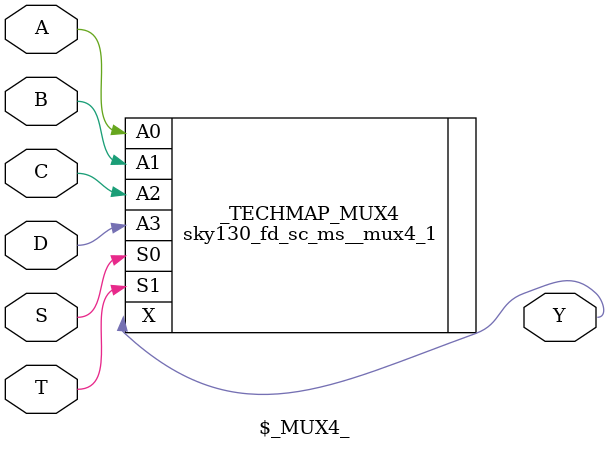
<source format=v>
module \$_MUX4_ (
    output Y,
    input A,
    input B,
    input C,
    input D,
    input S,
    input T
    );
  sky130_fd_sc_ms__mux4_1 _TECHMAP_MUX4 (
      .X(Y),
      .A0(A),
      .A1(B),
      .A2(C),
      .A3(D),
      .S0(S),
      .S1(T)
  );
endmodule
</source>
